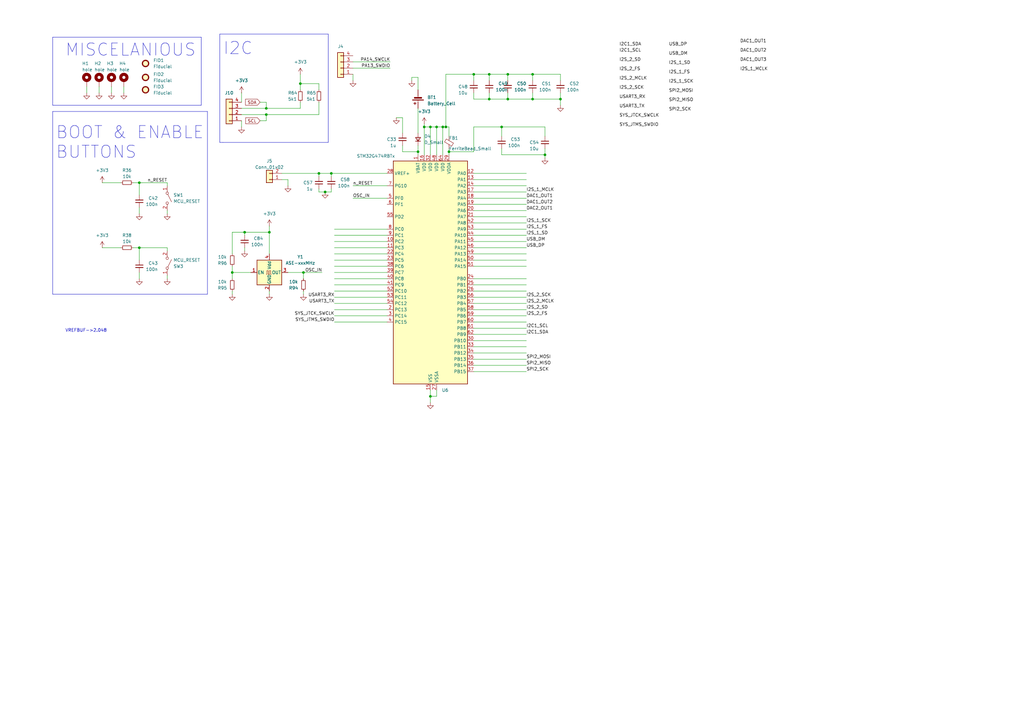
<source format=kicad_sch>
(kicad_sch (version 20250114) (generator "eeschema") (generator_version "9.0")
  (paper "A3")
  (lib_symbols
    (symbol "Connector_Generic:Conn_01x02" (pin_names (offset 1.016) (hide yes))
      (property "Reference" "J" (at 0 2.54 0))
      (property "Value" "Conn_01x02" (at 0 -5.08 0))
      (symbol "Conn_01x02_1_1"
        (rectangle (start -1.27 1.27) (end 1.27 -3.81) (stroke (width 0.254)) (fill (type background)))
        (rectangle (start -1.27 0.127) (end 0 -0.127) (stroke (width 0.1524)))
        (rectangle (start -1.27 -2.413) (end 0 -2.667) (stroke (width 0.1524)))
        (pin passive line (at -5.08 0 0) (length 3.81) (name "Pin_1") (number "1"))
        (pin passive line (at -5.08 -2.54 0) (length 3.81) (name "Pin_2") (number "2"))
      )
    )
    (symbol "Connector_Generic:Conn_01x04" (pin_names (offset 1.016) (hide yes))
      (property "Reference" "J" (at 0 5.08 0))
      (property "Value" "Conn_01x04" (at 0 -7.62 0))
      (symbol "Conn_01x04_1_1"
        (rectangle (start -1.27 3.81) (end 1.27 -6.35) (stroke (width 0.254)) (fill (type background)))
        (rectangle (start -1.27 2.667) (end 0 2.413) (stroke (width 0.1524)))
        (rectangle (start -1.27 0.127) (end 0 -0.127) (stroke (width 0.1524)))
        (rectangle (start -1.27 -2.413) (end 0 -2.667) (stroke (width 0.1524)))
        (rectangle (start -1.27 -4.953) (end 0 -5.207) (stroke (width 0.1524)))
        (pin passive line (at -5.08 2.54 0) (length 3.81) (name "Pin_1") (number "1"))
        (pin passive line (at -5.08 0 0) (length 3.81) (name "Pin_2") (number "2"))
        (pin passive line (at -5.08 -2.54 0) (length 3.81) (name "Pin_3") (number "3"))
        (pin passive line (at -5.08 -5.08 0) (length 3.81) (name "Pin_4") (number "4"))
      )
    )
    (symbol "Device:Battery_Cell" (pin_numbers (hide yes)) (pin_names (offset 0) (hide yes))
      (property "Reference" "BT" (at 2.54 2.54 0))
      (property "Value" "Battery_Cell" (at 2.54 0 0))
      (symbol "Battery_Cell_0_1"
        (rectangle (start -2.286 1.778) (end 2.286 1.524) (fill (type outline)))
        (rectangle (start -1.524 1.016) (end 1.524 0.508) (fill (type outline)))
        (polyline (pts (xy 0 1.778) (xy 0 2.54)))
        (polyline (pts (xy 0 0.762) (xy 0 0)))
        (polyline (pts (xy 0.762 3.048) (xy 1.778 3.048)) (stroke (width 0.254)))
        (polyline (pts (xy 1.27 3.556) (xy 1.27 2.54)) (stroke (width 0.254)))
      )
      (symbol "Battery_Cell_1_1"
        (pin passive line (at 0 5.08 270) (length 2.54) (name "+") (number "1"))
        (pin passive line (at 0 -2.54 90) (length 2.54) (name "-") (number "2"))
      )
    )
    (symbol "Device:C_Small" (pin_numbers (hide yes)) (pin_names (offset 0.254) (hide yes))
      (property "Reference" "C" (at 0.254 1.778 0))
      (property "Value" "C_Small" (at 0.254 -2.032 0))
      (symbol "C_Small_0_1"
        (polyline (pts (xy -1.524 0.508) (xy 1.524 0.508)) (stroke (width 0.3048)))
        (polyline (pts (xy -1.524 -0.508) (xy 1.524 -0.508)) (stroke (width 0.3302)))
      )
      (symbol "C_Small_1_1"
        (pin passive line (at 0 2.54 270) (length 2.032) (name "~") (number "1"))
        (pin passive line (at 0 -2.54 90) (length 2.032) (name "~") (number "2"))
      )
    )
    (symbol "Device:D_Small" (pin_numbers (hide yes)) (pin_names (offset 0.254) (hide yes))
      (property "Reference" "D" (at -1.27 2.032 0))
      (property "Value" "D_Small" (at -3.81 -2.032 0))
      (symbol "D_Small_0_1"
        (polyline (pts (xy -0.762 0) (xy 0.762 0)))
        (polyline (pts (xy -0.762 -1.016) (xy -0.762 1.016)) (stroke (width 0.254)))
        (polyline (pts (xy 0.762 -1.016) (xy -0.762 0) (xy 0.762 1.016) (xy 0.762 -1.016)) (stroke (width 0.254)))
      )
      (symbol "D_Small_1_1"
        (pin passive line (at -2.54 0 0) (length 1.778) (name "K") (number "1"))
        (pin passive line (at 2.54 0 180) (length 1.778) (name "A") (number "2"))
      )
    )
    (symbol "Device:FerriteBead_Small" (pin_numbers (hide yes)) (pin_names (offset 0))
      (property "Reference" "FB" (at 1.905 1.27 0))
      (property "Value" "FerriteBead_Small" (at 1.905 -1.27 0))
      (symbol "FerriteBead_Small_0_1"
        (polyline (pts (xy -1.8288 0.2794) (xy -1.1176 1.4986) (xy 1.8288 -0.2032) (xy 1.1176 -1.4224) (xy -1.8288 0.2794)))
        (polyline (pts (xy 0 0.889) (xy 0 1.2954)))
        (polyline (pts (xy 0 -1.27) (xy 0 -0.7874)))
      )
      (symbol "FerriteBead_Small_1_1"
        (pin passive line (at 0 2.54 270) (length 1.27) (name "~") (number "1"))
        (pin passive line (at 0 -2.54 90) (length 1.27) (name "~") (number "2"))
      )
    )
    (symbol "Device:R_Small" (pin_numbers (hide yes)) (pin_names (offset 0.254) (hide yes))
      (property "Reference" "R" (at 0.762 0.508 0))
      (property "Value" "R_Small" (at 0.762 -1.016 0))
      (symbol "R_Small_0_1"
        (rectangle (start -0.762 1.778) (end 0.762 -1.778) (stroke (width 0.2032)))
      )
      (symbol "R_Small_1_1"
        (pin passive line (at 0 2.54 270) (length 0.762) (name "~") (number "1"))
        (pin passive line (at 0 -2.54 90) (length 0.762) (name "~") (number "2"))
      )
    )
    (symbol "MCU_ST_STM32G4:STM32G474RBTx"
      (property "Reference" "U" (at -15.24 46.99 0))
      (property "Value" "STM32G474RBTx" (at 10.16 46.99 0))
      (symbol "STM32G474RBTx_0_1"
        (rectangle (start -15.24 -45.72) (end 15.24 45.72) (stroke (width 0.254)) (fill (type background)))
      )
      (symbol "STM32G474RBTx_1_1"
        (pin input line (at -17.78 40.64 0) (length 2.54) (name "VREF+") (number "28"))
        (pin bidirectional line (at -17.78 35.56 0) (length 2.54) (name "PG10") (number "7"))
        (pin bidirectional line (at -17.78 30.48 0) (length 2.54) (name "PF0") (number "5"))
        (pin bidirectional line (at -17.78 27.94 0) (length 2.54) (name "PF1") (number "6"))
        (pin bidirectional line (at -17.78 22.86 0) (length 2.54) (name "PD2") (number "55"))
        (pin bidirectional line (at -17.78 17.78 0) (length 2.54) (name "PC0") (number "8"))
        (pin bidirectional line (at -17.78 15.24 0) (length 2.54) (name "PC1") (number "9"))
        (pin bidirectional line (at -17.78 12.7 0) (length 2.54) (name "PC2") (number "10"))
        (pin bidirectional line (at -17.78 10.16 0) (length 2.54) (name "PC3") (number "11"))
        (pin bidirectional line (at -17.78 7.62 0) (length 2.54) (name "PC4") (number "22"))
        (pin bidirectional line (at -17.78 5.08 0) (length 2.54) (name "PC5") (number "23"))
        (pin bidirectional line (at -17.78 2.54 0) (length 2.54) (name "PC6") (number "38"))
        (pin bidirectional line (at -17.78 0 0) (length 2.54) (name "PC7") (number "39"))
        (pin bidirectional line (at -17.78 -2.54 0) (length 2.54) (name "PC8") (number "40"))
        (pin bidirectional line (at -17.78 -5.08 0) (length 2.54) (name "PC9") (number "41"))
        (pin bidirectional line (at -17.78 -7.62 0) (length 2.54) (name "PC10") (number "52"))
        (pin bidirectional line (at -17.78 -10.16 0) (length 2.54) (name "PC11") (number "53"))
        (pin bidirectional line (at -17.78 -12.7 0) (length 2.54) (name "PC12") (number "54"))
        (pin bidirectional line (at -17.78 -15.24 0) (length 2.54) (name "PC13") (number "2"))
        (pin bidirectional line (at -17.78 -17.78 0) (length 2.54) (name "PC14") (number "3"))
        (pin bidirectional line (at -17.78 -20.32 0) (length 2.54) (name "PC15") (number "4"))
        (pin power_in line (at -5.08 48.26 270) (length 2.54) (name "VBAT") (number "1"))
        (pin power_in line (at -2.54 48.26 270) (length 2.54) (name "VDD") (number "16"))
        (pin power_in line (at 0 48.26 270) (length 2.54) (name "VDD") (number "32"))
        (pin power_in line (at 0 -48.26 90) (length 2.54) (name "VSS") (number "15"))
        (pin passive line (at 0 -48.26 90) (length 2.54) (hide yes) (name "VSS") (number "31"))
        (pin passive line (at 0 -48.26 90) (length 2.54) (hide yes) (name "VSS") (number "47"))
        (pin passive line (at 0 -48.26 90) (length 2.54) (hide yes) (name "VSS") (number "63"))
        (pin power_in line (at 2.54 48.26 270) (length 2.54) (name "VDD") (number "48"))
        (pin power_in line (at 2.54 -48.26 90) (length 2.54) (name "VSSA") (number "27"))
        (pin power_in line (at 5.08 48.26 270) (length 2.54) (name "VDD") (number "64"))
        (pin power_in line (at 7.62 48.26 270) (length 2.54) (name "VDDA") (number "29"))
        (pin bidirectional line (at 17.78 40.64 180) (length 2.54) (name "PA0") (number "12"))
        (pin bidirectional line (at 17.78 38.1 180) (length 2.54) (name "PA1") (number "13"))
        (pin bidirectional line (at 17.78 35.56 180) (length 2.54) (name "PA2") (number "14"))
        (pin bidirectional line (at 17.78 33.02 180) (length 2.54) (name "PA3") (number "17"))
        (pin bidirectional line (at 17.78 30.48 180) (length 2.54) (name "PA4") (number "18"))
        (pin bidirectional line (at 17.78 27.94 180) (length 2.54) (name "PA5") (number "19"))
        (pin bidirectional line (at 17.78 25.4 180) (length 2.54) (name "PA6") (number "20"))
        (pin bidirectional line (at 17.78 22.86 180) (length 2.54) (name "PA7") (number "21"))
        (pin bidirectional line (at 17.78 20.32 180) (length 2.54) (name "PA8") (number "42"))
        (pin bidirectional line (at 17.78 17.78 180) (length 2.54) (name "PA9") (number "43"))
        (pin bidirectional line (at 17.78 15.24 180) (length 2.54) (name "PA10") (number "44"))
        (pin bidirectional line (at 17.78 12.7 180) (length 2.54) (name "PA11") (number "45"))
        (pin bidirectional line (at 17.78 10.16 180) (length 2.54) (name "PA12") (number "46"))
        (pin bidirectional line (at 17.78 7.62 180) (length 2.54) (name "PA13") (number "49"))
        (pin bidirectional line (at 17.78 5.08 180) (length 2.54) (name "PA14") (number "50"))
        (pin bidirectional line (at 17.78 2.54 180) (length 2.54) (name "PA15") (number "51"))
        (pin bidirectional line (at 17.78 -2.54 180) (length 2.54) (name "PB0") (number "24"))
        (pin bidirectional line (at 17.78 -5.08 180) (length 2.54) (name "PB1") (number "25"))
        (pin bidirectional line (at 17.78 -7.62 180) (length 2.54) (name "PB2") (number "26"))
        (pin bidirectional line (at 17.78 -10.16 180) (length 2.54) (name "PB3") (number "56"))
        (pin bidirectional line (at 17.78 -12.7 180) (length 2.54) (name "PB4") (number "57"))
        (pin bidirectional line (at 17.78 -15.24 180) (length 2.54) (name "PB5") (number "58"))
        (pin bidirectional line (at 17.78 -17.78 180) (length 2.54) (name "PB6") (number "59"))
        (pin bidirectional line (at 17.78 -20.32 180) (length 2.54) (name "PB7") (number "60"))
        (pin bidirectional line (at 17.78 -22.86 180) (length 2.54) (name "PB8") (number "61"))
        (pin bidirectional line (at 17.78 -25.4 180) (length 2.54) (name "PB9") (number "62"))
        (pin bidirectional line (at 17.78 -27.94 180) (length 2.54) (name "PB10") (number "30"))
        (pin bidirectional line (at 17.78 -30.48 180) (length 2.54) (name "PB11") (number "33"))
        (pin bidirectional line (at 17.78 -33.02 180) (length 2.54) (name "PB12") (number "34"))
        (pin bidirectional line (at 17.78 -35.56 180) (length 2.54) (name "PB13") (number "35"))
        (pin bidirectional line (at 17.78 -38.1 180) (length 2.54) (name "PB14") (number "36"))
        (pin bidirectional line (at 17.78 -40.64 180) (length 2.54) (name "PB15") (number "37"))
      )
    )
    (symbol "Mechanical:Fiducial"
      (property "Reference" "FID" (at 0 5.08 0))
      (property "Value" "Fiducial" (at 0 3.175 0))
      (symbol "Fiducial_0_1"
        (circle (center 0 0) (radius 1.27) (stroke (width 0.508)) (fill (type background)))
      )
    )
    (symbol "Mechanical:MountingHole_Pad" (pin_numbers (hide yes)) (pin_names (offset 1.016) (hide yes))
      (property "Reference" "H" (at 0 6.35 0))
      (property "Value" "MountingHole_Pad" (at 0 4.445 0))
      (symbol "MountingHole_Pad_0_1"
        (circle (center 0 1.27) (radius 1.27) (stroke (width 1.27)))
      )
      (symbol "MountingHole_Pad_1_1"
        (pin input line (at 0 -2.54 90) (length 2.54) (name "1") (number "1"))
      )
    )
    (symbol "Oscillator:ASE-xxxMHz" (pin_names (offset 0.254))
      (property "Reference" "Y" (at -5.08 6.35 0))
      (property "Value" "ASE-xxxMHz" (at 1.27 -6.35 0))
      (symbol "ASE-xxxMHz_0_1"
        (rectangle (start -5.08 5.08) (end 5.08 -5.08) (stroke (width 0.254)) (fill (type background)))
        (polyline (pts (xy -1.27 -0.762) (xy -1.016 -0.762) (xy -1.016 0.762) (xy -0.508 0.762) (xy -0.508 -0.762) (xy 0 -0.762) (xy 0 0.762) (xy 0.508 0.762) (xy 0.508 -0.762) (xy 0.762 -0.762)))
      )
      (symbol "ASE-xxxMHz_1_1"
        (pin input line (at -7.62 0 0) (length 2.54) (name "EN") (number "1"))
        (pin power_in line (at 0 7.62 270) (length 2.54) (name "Vdd") (number "4"))
        (pin power_in line (at 0 -7.62 90) (length 2.54) (name "GND") (number "2"))
        (pin output line (at 7.62 0 180) (length 2.54) (name "OUT") (number "3"))
      )
    )
    (symbol "Switch:SW_SPST" (pin_names (offset 0) (hide yes))
      (property "Reference" "SW" (at 0 3.175 0))
      (property "Value" "SW_SPST" (at 0 -2.54 0))
      (symbol "SW_SPST_0_0"
        (circle (center -2.032 0) (radius 0.508))
        (polyline (pts (xy -1.524 0.254) (xy 1.524 1.778)))
        (circle (center 2.032 0) (radius 0.508))
      )
      (symbol "SW_SPST_1_1"
        (pin passive line (at -5.08 0 0) (length 2.54) (name "A") (number "1"))
        (pin passive line (at 5.08 0 180) (length 2.54) (name "B") (number "2"))
      )
    )
    (symbol "power:+3V3" (power) (pin_numbers (hide yes)) (pin_names (offset 0) (hide yes))
      (property "Value" "+3V3" (at 0 3.556 0))
      (symbol "+3V3_0_1"
        (polyline (pts (xy -0.762 1.27) (xy 0 2.54)))
        (polyline (pts (xy 0 2.54) (xy 0.762 1.27)))
        (polyline (pts (xy 0 0) (xy 0 2.54)))
      )
      (symbol "+3V3_1_1"
        (pin power_in line (at 0 0 90) (length 0) (name "~") (number "1"))
      )
    )
    (symbol "power:GND" (power) (pin_names (offset 0))
      (property "Value" "GND" (at 0 -3.81 0))
      (symbol "GND_0_1"
        (polyline (pts (xy 0 0) (xy 0 -1.27) (xy 1.27 -1.27) (xy 0 -2.54) (xy -1.27 -1.27) (xy 0 -1.27)))
      )
      (symbol "GND_1_1"
        (pin power_in line (at 0 0 270) (length 0) (hide yes) (name "GND") (number "1"))
      )
    )
  )
  (text "I2C" (at 91.44 22.86 0) (effects (font (size 5 5)) (justify left bottom)))
  (text "BOOT & ENABLE\nBUTTONS" (at 22.86 65.405 0) (effects (font (size 5 5)) (justify left bottom)))
  (text "VREFBUF->2.048\n" (at 35.306 135.636 0) (effects (font (size 1.27 1.27))))
  (text "MISCELANIOUS" (at 26.67 23.495 0) (effects (font (size 5 5)) (justify left bottom)))
  (junction (at 109.22 44.45))
  (junction (at 200.66 40.64))
  (junction (at 130.81 71.12))
  (junction (at 218.44 40.64))
  (junction (at 124.46 111.76))
  (junction (at 135.89 71.12))
  (junction (at 110.49 95.25))
  (junction (at 95.25 111.76))
  (junction (at 133.35 78.74))
  (junction (at 109.22 46.99))
  (junction (at 100.33 95.25))
  (junction (at 179.07 52.07))
  (junction (at 200.66 30.48))
  (junction (at 171.45 62.23))
  (junction (at 205.74 52.07))
  (junction (at 184.15 62.23))
  (junction (at 181.61 52.07))
  (junction (at 57.15 101.6))
  (junction (at 208.28 30.48))
  (junction (at 173.99 52.07))
  (junction (at 123.19 34.29))
  (junction (at 229.87 40.64))
  (junction (at 182.88 52.07))
  (junction (at 176.53 52.07))
  (junction (at 176.53 162.56))
  (junction (at 223.52 63.5))
  (junction (at 208.28 40.64))
  (junction (at 57.15 74.93))
  (junction (at 218.44 30.48))
  (junction (at 194.31 30.48))
  (wire (pts (xy 171.45 62.23) (xy 171.45 59.69)))
  (wire (pts (xy 208.28 33.02) (xy 208.28 30.48)))
  (wire (pts (xy 184.15 60.96) (xy 184.15 62.23)))
  (polyline (pts (xy 21.59 120.65) (xy 21.59 45.72)))
  (wire (pts (xy 137.16 104.14) (xy 158.75 104.14)))
  (wire (pts (xy 223.52 64.77) (xy 223.52 63.5)))
  (wire (pts (xy 194.31 71.12) (xy 215.9 71.12)))
  (wire (pts (xy 68.58 74.93) (xy 68.58 76.2)))
  (wire (pts (xy 165.1 48.26) (xy 165.1 54.61)))
  (wire (pts (xy 171.45 44.45) (xy 171.45 54.61)))
  (wire (pts (xy 130.81 78.74) (xy 133.35 78.74)))
  (wire (pts (xy 35.56 35.56) (xy 35.56 38.1)))
  (wire (pts (xy 194.31 88.9) (xy 215.9 88.9)))
  (wire (pts (xy 194.31 109.22) (xy 215.9 109.22)))
  (wire (pts (xy 106.68 41.91) (xy 109.22 41.91)))
  (wire (pts (xy 137.16 116.84) (xy 158.75 116.84)))
  (wire (pts (xy 144.78 81.28) (xy 158.75 81.28)))
  (polyline (pts (xy 21.59 15.24) (xy 21.59 43.18)))
  (wire (pts (xy 109.22 41.91) (xy 109.22 44.45)))
  (wire (pts (xy 200.66 40.64) (xy 208.28 40.64)))
  (wire (pts (xy 181.61 52.07) (xy 181.61 63.5)))
  (wire (pts (xy 194.31 99.06) (xy 215.9 99.06)))
  (polyline (pts (xy 90.17 58.42) (xy 91.44 58.42)))
  (wire (pts (xy 194.31 83.82) (xy 215.9 83.82)))
  (wire (pts (xy 194.31 104.14) (xy 215.9 104.14)))
  (polyline (pts (xy 134.62 13.97) (xy 90.17 13.97)))
  (wire (pts (xy 194.31 129.54) (xy 215.9 129.54)))
  (wire (pts (xy 194.31 139.7) (xy 215.9 139.7)))
  (wire (pts (xy 171.45 62.23) (xy 165.1 62.23)))
  (wire (pts (xy 137.16 119.38) (xy 158.75 119.38)))
  (wire (pts (xy 50.8 35.56) (xy 50.8 38.1)))
  (wire (pts (xy 194.31 152.4) (xy 215.9 152.4)))
  (wire (pts (xy 100.33 102.87) (xy 100.33 101.6)))
  (wire (pts (xy 130.81 77.47) (xy 130.81 78.74)))
  (wire (pts (xy 205.74 52.07) (xy 223.52 52.07)))
  (wire (pts (xy 194.31 114.3) (xy 215.9 114.3)))
  (wire (pts (xy 40.64 35.56) (xy 40.64 38.1)))
  (wire (pts (xy 110.49 92.71) (xy 110.49 95.25)))
  (wire (pts (xy 109.22 44.45) (xy 123.19 44.45)))
  (wire (pts (xy 124.46 119.38) (xy 124.46 120.65)))
  (wire (pts (xy 135.89 77.47) (xy 135.89 78.74)))
  (wire (pts (xy 102.87 111.76) (xy 95.25 111.76)))
  (wire (pts (xy 110.49 95.25) (xy 110.49 104.14)))
  (wire (pts (xy 57.15 101.6) (xy 68.58 101.6)))
  (wire (pts (xy 109.22 49.53) (xy 109.22 46.99)))
  (wire (pts (xy 123.19 34.29) (xy 123.19 36.83)))
  (wire (pts (xy 208.28 30.48) (xy 218.44 30.48)))
  (wire (pts (xy 194.31 119.38) (xy 215.9 119.38)))
  (wire (pts (xy 100.33 95.25) (xy 100.33 96.52)))
  (polyline (pts (xy 90.17 13.97) (xy 90.17 58.42)))
  (wire (pts (xy 223.52 52.07) (xy 223.52 55.88)))
  (wire (pts (xy 137.16 132.08) (xy 158.75 132.08)))
  (wire (pts (xy 194.31 52.07) (xy 205.74 52.07)))
  (wire (pts (xy 173.99 52.07) (xy 173.99 63.5)))
  (wire (pts (xy 57.15 101.6) (xy 54.61 101.6)))
  (wire (pts (xy 137.16 96.52) (xy 158.75 96.52)))
  (wire (pts (xy 194.31 76.2) (xy 215.9 76.2)))
  (wire (pts (xy 99.06 52.07) (xy 99.06 49.53)))
  (wire (pts (xy 130.81 71.12) (xy 130.81 72.39)))
  (wire (pts (xy 130.81 36.83) (xy 130.81 34.29)))
  (wire (pts (xy 130.81 34.29) (xy 123.19 34.29)))
  (wire (pts (xy 137.16 129.54) (xy 158.75 129.54)))
  (wire (pts (xy 123.19 41.91) (xy 123.19 44.45)))
  (wire (pts (xy 194.31 30.48) (xy 200.66 30.48)))
  (wire (pts (xy 194.31 62.23) (xy 194.31 52.07)))
  (wire (pts (xy 99.06 44.45) (xy 109.22 44.45)))
  (wire (pts (xy 179.07 162.56) (xy 176.53 162.56)))
  (wire (pts (xy 144.78 27.94) (xy 160.02 27.94)))
  (wire (pts (xy 229.87 33.02) (xy 229.87 30.48)))
  (wire (pts (xy 182.88 52.07) (xy 184.15 52.07)))
  (wire (pts (xy 205.74 63.5) (xy 223.52 63.5)))
  (wire (pts (xy 168.91 33.02) (xy 168.91 31.75)))
  (wire (pts (xy 176.53 52.07) (xy 179.07 52.07)))
  (wire (pts (xy 194.31 91.44) (xy 215.9 91.44)))
  (wire (pts (xy 179.07 52.07) (xy 181.61 52.07)))
  (wire (pts (xy 130.81 71.12) (xy 135.89 71.12)))
  (wire (pts (xy 130.81 46.99) (xy 130.81 41.91)))
  (wire (pts (xy 179.07 160.02) (xy 179.07 162.56)))
  (wire (pts (xy 57.15 111.76) (xy 57.15 114.3)))
  (wire (pts (xy 194.31 149.86) (xy 215.9 149.86)))
  (polyline (pts (xy 21.59 43.18) (xy 82.55 43.18)))
  (wire (pts (xy 41.91 101.6) (xy 49.53 101.6)))
  (wire (pts (xy 57.15 106.68) (xy 57.15 101.6)))
  (wire (pts (xy 205.74 63.5) (xy 205.74 60.96)))
  (wire (pts (xy 115.57 71.12) (xy 130.81 71.12)))
  (wire (pts (xy 194.31 33.02) (xy 194.31 30.48)))
  (wire (pts (xy 194.31 144.78) (xy 215.9 144.78)))
  (wire (pts (xy 194.31 147.32) (xy 215.9 147.32)))
  (wire (pts (xy 194.31 142.24) (xy 215.9 142.24)))
  (wire (pts (xy 137.16 101.6) (xy 158.75 101.6)))
  (wire (pts (xy 184.15 62.23) (xy 194.31 62.23)))
  (wire (pts (xy 57.15 85.09) (xy 57.15 87.63)))
  (wire (pts (xy 95.25 104.14) (xy 95.25 95.25)))
  (wire (pts (xy 223.52 60.96) (xy 223.52 63.5)))
  (wire (pts (xy 200.66 40.64) (xy 200.66 38.1)))
  (wire (pts (xy 171.45 31.75) (xy 171.45 36.83)))
  (wire (pts (xy 137.16 124.46) (xy 158.75 124.46)))
  (wire (pts (xy 137.16 106.68) (xy 158.75 106.68)))
  (wire (pts (xy 176.53 160.02) (xy 176.53 162.56)))
  (wire (pts (xy 124.46 111.76) (xy 124.46 114.3)))
  (wire (pts (xy 68.58 86.36) (xy 68.58 87.63)))
  (wire (pts (xy 165.1 62.23) (xy 165.1 59.69)))
  (wire (pts (xy 95.25 95.25) (xy 100.33 95.25)))
  (wire (pts (xy 57.15 80.01) (xy 57.15 74.93)))
  (wire (pts (xy 229.87 43.18) (xy 229.87 40.64)))
  (polyline (pts (xy 85.09 45.72) (xy 85.09 120.65)))
  (wire (pts (xy 194.31 134.62) (xy 215.9 134.62)))
  (wire (pts (xy 184.15 62.23) (xy 184.15 63.5)))
  (wire (pts (xy 162.56 48.26) (xy 165.1 48.26)))
  (wire (pts (xy 194.31 121.92) (xy 215.9 121.92)))
  (wire (pts (xy 194.31 106.68) (xy 215.9 106.68)))
  (wire (pts (xy 110.49 95.25) (xy 100.33 95.25)))
  (wire (pts (xy 173.99 52.07) (xy 176.53 52.07)))
  (wire (pts (xy 208.28 40.64) (xy 208.28 38.1)))
  (wire (pts (xy 179.07 52.07) (xy 179.07 63.5)))
  (wire (pts (xy 109.22 46.99) (xy 130.81 46.99)))
  (wire (pts (xy 68.58 102.87) (xy 68.58 101.6)))
  (wire (pts (xy 133.35 78.74) (xy 135.89 78.74)))
  (wire (pts (xy 194.31 96.52) (xy 215.9 96.52)))
  (wire (pts (xy 194.31 78.74) (xy 215.9 78.74)))
  (wire (pts (xy 194.31 132.08) (xy 215.9 132.08)))
  (wire (pts (xy 229.87 30.48) (xy 218.44 30.48)))
  (polyline (pts (xy 82.55 43.18) (xy 82.55 15.24)))
  (wire (pts (xy 137.16 121.92) (xy 158.75 121.92)))
  (wire (pts (xy 184.15 52.07) (xy 184.15 55.88)))
  (wire (pts (xy 194.31 40.64) (xy 200.66 40.64)))
  (wire (pts (xy 135.89 71.12) (xy 135.89 72.39)))
  (wire (pts (xy 144.78 76.2) (xy 158.75 76.2)))
  (wire (pts (xy 137.16 109.22) (xy 158.75 109.22)))
  (wire (pts (xy 106.68 49.53) (xy 109.22 49.53)))
  (wire (pts (xy 95.25 111.76) (xy 95.25 109.22)))
  (wire (pts (xy 123.19 30.48) (xy 123.19 34.29)))
  (wire (pts (xy 137.16 93.98) (xy 158.75 93.98)))
  (wire (pts (xy 194.31 101.6) (xy 215.9 101.6)))
  (wire (pts (xy 99.06 46.99) (xy 109.22 46.99)))
  (wire (pts (xy 181.61 52.07) (xy 182.88 52.07)))
  (wire (pts (xy 144.78 33.02) (xy 144.78 30.48)))
  (wire (pts (xy 176.53 52.07) (xy 176.53 63.5)))
  (wire (pts (xy 171.45 63.5) (xy 171.45 62.23)))
  (wire (pts (xy 68.58 113.03) (xy 68.58 114.3)))
  (wire (pts (xy 137.16 114.3) (xy 158.75 114.3)))
  (wire (pts (xy 208.28 30.48) (xy 200.66 30.48)))
  (wire (pts (xy 118.11 73.66) (xy 118.11 76.2)))
  (wire (pts (xy 137.16 127) (xy 158.75 127)))
  (wire (pts (xy 45.72 35.56) (xy 45.72 38.1)))
  (polyline (pts (xy 134.62 58.42) (xy 134.62 13.97)))
  (wire (pts (xy 218.44 40.64) (xy 229.87 40.64)))
  (wire (pts (xy 194.31 30.48) (xy 182.88 30.48)))
  (wire (pts (xy 194.31 116.84) (xy 215.9 116.84)))
  (wire (pts (xy 124.46 111.76) (xy 132.08 111.76)))
  (wire (pts (xy 200.66 33.02) (xy 200.66 30.48)))
  (wire (pts (xy 137.16 99.06) (xy 158.75 99.06)))
  (wire (pts (xy 194.31 137.16) (xy 215.9 137.16)))
  (wire (pts (xy 229.87 40.64) (xy 229.87 38.1)))
  (wire (pts (xy 95.25 119.38) (xy 95.25 120.65)))
  (wire (pts (xy 118.11 111.76) (xy 124.46 111.76)))
  (wire (pts (xy 118.11 73.66) (xy 115.57 73.66)))
  (wire (pts (xy 194.31 81.28) (xy 215.9 81.28)))
  (wire (pts (xy 144.78 25.4) (xy 160.02 25.4)))
  (wire (pts (xy 176.53 162.56) (xy 176.53 165.1)))
  (wire (pts (xy 194.31 86.36) (xy 215.9 86.36)))
  (wire (pts (xy 205.74 55.88) (xy 205.74 52.07)))
  (polyline (pts (xy 91.44 58.42) (xy 134.62 58.42)))
  (wire (pts (xy 208.28 40.64) (xy 218.44 40.64)))
  (wire (pts (xy 218.44 40.64) (xy 218.44 38.1)))
  (wire (pts (xy 99.06 38.1) (xy 99.06 41.91)))
  (wire (pts (xy 194.31 124.46) (xy 215.9 124.46)))
  (wire (pts (xy 137.16 111.76) (xy 158.75 111.76)))
  (wire (pts (xy 194.31 93.98) (xy 215.9 93.98)))
  (polyline (pts (xy 21.59 15.24) (xy 82.55 15.24)))
  (wire (pts (xy 194.31 40.64) (xy 194.31 38.1)))
  (wire (pts (xy 182.88 30.48) (xy 182.88 52.07)))
  (wire (pts (xy 135.89 71.12) (xy 158.75 71.12)))
  (wire (pts (xy 218.44 33.02) (xy 218.44 30.48)))
  (wire (pts (xy 194.31 127) (xy 215.9 127)))
  (wire (pts (xy 110.49 120.65) (xy 110.49 119.38)))
  (wire (pts (xy 194.31 73.66) (xy 215.9 73.66)))
  (polyline (pts (xy 85.09 120.65) (xy 21.59 120.65)))
  (wire (pts (xy 57.15 74.93) (xy 68.58 74.93)))
  (polyline (pts (xy 21.59 45.72) (xy 85.09 45.72)))
  (wire (pts (xy 95.25 111.76) (xy 95.25 114.3)))
  (wire (pts (xy 54.61 74.93) (xy 57.15 74.93)))
  (wire (pts (xy 41.91 74.93) (xy 49.53 74.93)))
  (wire (pts (xy 173.99 50.8) (xy 173.99 52.07)))
  (wire (pts (xy 168.91 31.75) (xy 171.45 31.75)))
  (label "DAC1_OUT2" (at 215.9 83.82 0))
  (label "n_RESET" (at 144.78 76.2 0))
  (label "USB_DM" (at 274.32 22.86 0))
  (label "I2C1_SCL" (at 254 21.59 0))
  (label "SYS_JTCK_SWCLK" (at 137.16 129.54 180))
  (label "SYS_JTCK_SWCLK" (at 254 48.26 0))
  (label "SPI2_SCK" (at 215.9 152.4 0))
  (label "SPI2_MOSI" (at 274.32 38.1 0))
  (label "I2S_2_SD" (at 215.9 127 0))
  (label "I2S_1_MCLK" (at 215.9 78.74 0))
  (label "PA14_SWCLK" (at 160.02 25.4 180))
  (label "USART3_RX" (at 254 40.64 0))
  (label "USB_DP" (at 215.9 101.6 0))
  (label "I2S_2_SD" (at 254 25.4 0))
  (label "DAC2_OUT1" (at 215.9 86.36 0))
  (label "I2S_2_FS" (at 215.9 129.54 0))
  (label "I2S_2_SCK" (at 215.9 121.92 0))
  (label "n_RESET" (at 68.58 74.93 180))
  (label "I2S_1_SD" (at 215.9 96.52 0))
  (label "I2C1_SDA" (at 215.9 137.16 0))
  (label "USART3_RX" (at 137.16 121.92 180))
  (label "I2S_2_FS" (at 254 29.21 0))
  (label "USART3_TX" (at 254 44.45 0))
  (label "SPI2_MOSI" (at 215.9 147.32 0))
  (label "I2S_1_FS" (at 274.32 30.48 0))
  (label "OSC_IN" (at 144.78 81.28 0))
  (label "OSC_IN" (at 132.08 111.76 180))
  (label "DAC1_OUT3" (at 303.53 25.4 0))
  (label "SPI2_MISO" (at 215.9 149.86 0))
  (label "I2S_1_SCK" (at 274.32 34.29 0))
  (label "SPI2_SCK" (at 274.32 45.72 0))
  (label "SYS_JTMS_SWDIO" (at 254 52.07 0))
  (label "I2C1_SDA" (at 254 19.05 0))
  (label "DAC1_OUT1" (at 215.9 81.28 0))
  (label "USB_DP" (at 274.32 19.05 0))
  (label "I2S_1_SD" (at 274.32 26.67 0))
  (label "I2S_2_MCLK" (at 215.9 124.46 0))
  (label "I2S_1_MCLK" (at 303.53 29.21 0))
  (label "I2S_2_MCLK" (at 254 33.02 0))
  (label "SYS_JTMS_SWDIO" (at 137.16 132.08 180))
  (label "I2S_1_FS" (at 215.9 93.98 0))
  (label "DAC1_OUT1" (at 303.53 17.78 0))
  (label "I2S_1_SCK" (at 215.9 91.44 0))
  (label "USART3_TX" (at 137.16 124.46 180))
  (label "DAC1_OUT2" (at 303.53 21.59 0))
  (label "I2S_2_SCK" (at 254 36.83 0))
  (label "USB_DM" (at 215.9 99.06 0))
  (label "PA13_SWDIO" (at 160.02 27.94 180))
  (label "I2C1_SCL" (at 215.9 134.62 0))
  (label "SPI2_MISO" (at 274.32 41.91 0))
  (global_label "SDA" (shape input) (at 106.68 41.91 180) (property "Intersheetrefs" "${INTERSHEET_REFS}" (effects (hide yes))))
  (global_label "SCL" (shape input) (at 106.68 49.53 180) (property "Intersheetrefs" "${INTERSHEET_REFS}" (effects (hide yes))))
  (symbol (lib_id "Device:D_Small") (at 171.45 57.15 90) (unit 1)
    (property "Reference" "D4" (at 173.99 55.8799 90) (effects (justify right)))
    (property "Value" "D_Small" (at 173.99 58.4199 90) (effects (justify right)))
    (property "Description" "Diode, small symbol" (effects (hide yes)))
    (property "Sim.Device" "D" (effects (hide yes)))
    (property "Sim.Pins" "1=K 2=A" (effects (hide yes)))
  )
  (symbol (lib_id "Device:C_Small") (at 223.52 58.42 0) (unit 1)
    (property "Reference" "C54" (at 217.17 58.42 0) (effects (justify left)))
    (property "Value" "10u" (at 217.17 60.96 0) (effects (justify left)))
    (property "Footprint" "Capacitor_SMD:C_0603_1608Metric" (effects (hide yes)))
    (property "LCSC" "C96446" (effects (hide yes)))
  )
  (symbol (lib_id "Device:R_Small") (at 52.07 101.6 270) (unit 1)
    (property "Reference" "R38" (at 52.07 96.52 90))
    (property "Value" "10k" (at 52.07 99.06 90))
    (property "Footprint" "Resistor_SMD:R_0603_1608Metric" (effects (hide yes)))
    (property "LCSC" "C25804" (effects (hide yes)))
  )
  (symbol (lib_id "power:+3V3") (at 173.99 50.8 0) (unit 1)
    (property "Reference" "#PWR061" (effects (hide yes)))
    (property "Value" "+3V3" (at 173.99 45.72 0))
    (property "Description" "Power symbol creates a global label with name \"+3V3\"" (effects (hide yes)))
  )
  (symbol (lib_id "power:GND") (at 68.58 87.63 0) (unit 1)
    (property "Reference" "#PWR0110" (effects (hide yes)))
    (property "Value" "GND" (effects (hide yes)))
  )
  (symbol (lib_id "Device:Battery_Cell") (at 171.45 39.37 180) (unit 1)
    (property "Reference" "BT1" (at 175.26 39.9414 0) (effects (justify right)))
    (property "Value" "Battery_Cell" (at 175.26 42.4814 0) (effects (justify right)))
    (property "Description" "Single-cell battery" (effects (hide yes)))
  )
  (symbol (lib_id "power:GND") (at 50.8 38.1 0) (unit 1)
    (property "Reference" "#PWR066" (effects (hide yes)))
    (property "Value" "GND" (effects (hide yes)))
  )
  (symbol (lib_id "power:+3V3") (at 110.49 92.71 0) (unit 1)
    (property "Reference" "#PWR0162" (effects (hide yes)))
    (property "Value" "+3V3" (at 110.49 87.63 0))
  )
  (symbol (lib_id "Device:C_Small") (at 226.06 -7.62 180) (unit 1)
    (property "Reference" "C55" (at 223.52 -7.62 0) (effects (justify left)))
    (property "Value" "1u" (at 223.52 -5.08 0) (effects (justify left)))
    (property "Footprint" "Capacitor_SMD:C_0402_1005Metric" (effects (hide yes)))
    (property "LCSC" "C52923" (effects (hide yes)))
  )
  (symbol (lib_id "Device:C_Small") (at 135.89 74.93 180) (unit 1)
    (property "Reference" "C58" (at 143.51 73.66 0) (effects (justify left)))
    (property "Value" "100n" (at 143.51 76.2 0) (effects (justify left)))
    (property "Footprint" "Capacitor_SMD:C_0603_1608Metric" (effects (hide yes)))
    (property "LCSC" "C14663" (effects (hide yes)))
  )
  (symbol (lib_id "Device:C_Small") (at 130.81 74.93 180) (unit 1)
    (property "Reference" "C57" (at 128.27 74.93 0) (effects (justify left)))
    (property "Value" "1u" (at 128.27 77.47 0) (effects (justify left)))
    (property "Footprint" "Capacitor_SMD:C_0402_1005Metric" (effects (hide yes)))
    (property "LCSC" "C52923" (effects (hide yes)))
  )
  (symbol (lib_id "power:GND") (at 99.06 52.07 0) (unit 1)
    (property "Reference" "#PWR070" (effects (hide yes)))
    (property "Value" "GND" (effects (hide yes)))
  )
  (symbol (lib_id "Mechanical:MountingHole_Pad") (at 45.72 33.02 0) (unit 1) (in_bom no)
    (property "Reference" "H3" (at 43.815 26.035 0) (effects (justify left)))
    (property "Value" "hole" (at 43.815 28.575 0) (effects (justify left)))
    (property "Footprint" "MountingHole:MountingHole_3.2mm_M3_DIN965_Pad_TopBottom" (effects (hide yes)))
  )
  (symbol (lib_id "power:GND") (at 68.58 114.3 0) (unit 1)
    (property "Reference" "#PWR0111" (effects (hide yes)))
    (property "Value" "GND" (effects (hide yes)))
  )
  (symbol (lib_id "Device:R_Small") (at 123.19 39.37 0) (unit 1)
    (property "Reference" "R64" (at 118.11 38.1 0) (effects (justify left)))
    (property "Value" "5k1" (at 118.11 40.64 0) (effects (justify left)))
    (property "Footprint" "Resistor_SMD:R_0402_1005Metric" (effects (hide yes)))
    (property "LCSC" "C25905" (effects (hide yes)))
  )
  (symbol (lib_id "power:GND") (at 57.15 114.3 0) (unit 1)
    (property "Reference" "#PWR0108" (effects (hide yes)))
    (property "Value" "GND" (effects (hide yes)))
  )
  (symbol (lib_id "power:GND") (at 57.15 87.63 0) (unit 1)
    (property "Reference" "#PWR0106" (effects (hide yes)))
    (property "Value" "GND" (effects (hide yes)))
  )
  (symbol (lib_id "power:GND") (at 223.52 64.77 0) (unit 1)
    (property "Reference" "#PWR0113" (effects (hide yes)))
    (property "Value" "GND" (effects (hide yes)))
  )
  (symbol (lib_id "Device:R_Small") (at 95.25 116.84 0) (mirror x) (unit 1)
    (property "Reference" "R95" (at 91.186 118.11 0))
    (property "Value" "10k" (at 91.186 115.57 0))
    (property "Footprint" "Resistor_SMD:R_0603_1608Metric" (effects (hide yes)))
    (property "LCSC" "C25804" (effects (hide yes)))
  )
  (symbol (lib_id "power:GND") (at 40.64 38.1 0) (unit 1)
    (property "Reference" "#PWR063" (effects (hide yes)))
    (property "Value" "GND" (effects (hide yes)))
  )
  (symbol (lib_id "Device:R_Small") (at 95.25 106.68 0) (mirror x) (unit 1)
    (property "Reference" "R96" (at 91.186 107.95 0))
    (property "Value" "10k" (at 91.186 105.41 0))
    (property "Footprint" "Resistor_SMD:R_0603_1608Metric" (effects (hide yes)))
    (property "LCSC" "C25804" (effects (hide yes)))
  )
  (symbol (lib_id "power:GND") (at 133.35 78.74 0) (unit 1)
    (property "Reference" "#PWR0117" (effects (hide yes)))
    (property "Value" "GND" (effects (hide yes)))
  )
  (symbol (lib_id "Device:R_Small") (at 52.07 74.93 90) (mirror x) (unit 1)
    (property "Reference" "R36" (at 52.07 69.85 90))
    (property "Value" "10k" (at 52.07 72.39 90))
    (property "Footprint" "Resistor_SMD:R_0603_1608Metric" (effects (hide yes)))
    (property "LCSC" "C25804" (effects (hide yes)))
  )
  (symbol (lib_id "Device:C_Small") (at 57.15 109.22 0) (mirror y) (unit 1)
    (property "Reference" "C43" (at 64.77 107.95 0) (effects (justify left)))
    (property "Value" "100n" (at 64.77 110.49 0) (effects (justify left)))
    (property "Footprint" "Capacitor_SMD:C_0603_1608Metric" (effects (hide yes)))
    (property "LCSC" "C14663" (effects (hide yes)))
  )
  (symbol (lib_id "Device:C_Small") (at 234.95 -7.62 180) (unit 1)
    (property "Reference" "C41" (at 242.57 -8.89 0) (effects (justify left)))
    (property "Value" "100n" (at 242.57 -6.35 0) (effects (justify left)))
    (property "Footprint" "Capacitor_SMD:C_0603_1608Metric" (effects (hide yes)))
    (property "LCSC" "C14663" (effects (hide yes)))
  )
  (symbol (lib_id "Device:C_Small") (at 100.33 99.06 180) (unit 1)
    (property "Reference" "C84" (at 107.95 97.79 0) (effects (justify left)))
    (property "Value" "100n" (at 107.95 100.33 0) (effects (justify left)))
    (property "Footprint" "Capacitor_SMD:C_0603_1608Metric" (effects (hide yes)))
    (property "LCSC" "C14663" (effects (hide yes)))
  )
  (symbol (lib_id "MCU_ST_STM32G4:STM32G474RBTx") (at 176.53 111.76 0) (unit 1)
    (property "Reference" "U6" (at 181.2133 160.02 0) (effects (justify left)))
    (property "Value" "STM32G474RBTx" (at 146.304 64.008 0) (effects (justify left)))
    (property "Footprint" "Package_QFP:LQFP-64_10x10mm_P0.5mm" (effects (hide yes)))
    (property "Datasheet" "https://www.st.com/resource/en/datasheet/stm32g474rb.pdf" (effects (hide yes)))
    (property "Description" "STMicroelectronics Arm Cortex-M4 MCU, 128KB flash, 128KB RAM, 170 MHz, 1.71-3.6V, 52 GPIO, LQFP64" (effects (hide yes)))
  )
  (symbol (lib_id "Connector_Generic:Conn_01x04") (at 93.98 46.99 180) (unit 1) (in_bom no)
    (property "Reference" "J10" (at 93.98 38.1 0))
    (property "Value" "Conn_01x04" (effects (hide yes)))
    (property "Footprint" "Connector_PinHeader_2.54mm:PinHeader_1x04_P2.54mm_Vertical" (effects (hide yes)))
  )
  (symbol (lib_id "power:GND") (at 95.25 120.65 0) (unit 1)
    (property "Reference" "#PWR0164" (effects (hide yes)))
    (property "Value" "GND" (effects (hide yes)))
  )
  (symbol (lib_id "power:GND") (at 162.56 48.26 0) (unit 1)
    (property "Reference" "#PWR0114" (effects (hide yes)))
    (property "Value" "GND" (effects (hide yes)))
  )
  (symbol (lib_id "power:GND") (at 124.46 120.65 0) (unit 1)
    (property "Reference" "#PWR0160" (effects (hide yes)))
    (property "Value" "GND" (effects (hide yes)))
  )
  (symbol (lib_id "Device:C_Small") (at 200.66 35.56 180) (unit 1)
    (property "Reference" "C49" (at 208.28 34.29 0) (effects (justify left)))
    (property "Value" "100n" (at 208.28 36.83 0) (effects (justify left)))
    (property "Footprint" "Capacitor_SMD:C_0603_1608Metric" (effects (hide yes)))
    (property "LCSC" "C14663" (effects (hide yes)))
  )
  (symbol (lib_id "power:GND") (at 35.56 38.1 0) (unit 1)
    (property "Reference" "#PWR062" (effects (hide yes)))
    (property "Value" "GND" (effects (hide yes)))
  )
  (symbol (lib_id "power:+3V3") (at 99.06 38.1 0) (unit 1)
    (property "Reference" "#PWR069" (effects (hide yes)))
    (property "Value" "+3V3" (at 99.06 33.02 0))
  )
  (symbol (lib_id "Mechanical:MountingHole_Pad") (at 50.8 33.02 0) (unit 1) (in_bom no)
    (property "Reference" "H4" (at 48.895 26.035 0) (effects (justify left)))
    (property "Value" "hole" (at 48.895 28.575 0) (effects (justify left)))
    (property "Footprint" "MountingHole:MountingHole_3.2mm_M3_DIN965_Pad_TopBottom" (effects (hide yes)))
  )
  (symbol (lib_id "power:GND") (at 118.11 76.2 0) (mirror y) (unit 1)
    (property "Reference" "#PWR0116" (effects (hide yes)))
    (property "Value" "GND" (effects (hide yes)))
  )
  (symbol (lib_id "Mechanical:Fiducial") (at 59.69 31.75 0) (unit 1) (in_bom no)
    (property "Reference" "FID2" (at 62.865 30.4799 0) (effects (justify left)))
    (property "Value" "Fiducial" (at 62.865 33.0199 0) (effects (justify left)))
    (property "Footprint" "Symbol:KiCad-Logo2_5mm_SilkScreen" (effects (hide yes)))
  )
  (symbol (lib_id "Device:C_Small") (at 229.87 35.56 180) (unit 1)
    (property "Reference" "C52" (at 237.49 34.29 0) (effects (justify left)))
    (property "Value" "100n" (at 237.49 36.83 0) (effects (justify left)))
    (property "Footprint" "Capacitor_SMD:C_0603_1608Metric" (effects (hide yes)))
    (property "LCSC" "C14663" (effects (hide yes)))
  )
  (symbol (lib_id "power:GND") (at 100.33 102.87 0) (unit 1)
    (property "Reference" "#PWR0163" (effects (hide yes)))
    (property "Value" "GND" (effects (hide yes)))
  )
  (symbol (lib_id "Switch:SW_SPST") (at 68.58 81.28 270) (unit 1)
    (property "Reference" "SW1" (at 71.12 80.0099 90) (effects (justify left)))
    (property "Value" "MCU_RESET" (at 71.12 82.5499 90) (effects (justify left)))
    (property "Footprint" "SamacSys_Parts:PTS526SK15SMTR2LFS" (effects (hide yes)))
    (property "LCSC" "C318884" (effects (hide yes)))
  )
  (symbol (lib_id "Device:R_Small") (at 124.46 116.84 0) (mirror x) (unit 1)
    (property "Reference" "R94" (at 120.396 118.11 0))
    (property "Value" "10k" (at 120.396 115.57 0))
    (property "Footprint" "Resistor_SMD:R_0603_1608Metric" (effects (hide yes)))
    (property "LCSC" "C25804" (effects (hide yes)))
  )
  (symbol (lib_id "Mechanical:Fiducial") (at 59.69 26.035 0) (unit 1) (in_bom no)
    (property "Reference" "FID1" (at 62.865 24.7649 0) (effects (justify left)))
    (property "Value" "Fiducial" (at 62.865 27.3049 0) (effects (justify left)))
    (property "Footprint" "Fiducial:Fiducial_0.5mm_Mask1mm" (effects (hide yes)))
  )
  (symbol (lib_id "Switch:SW_SPST") (at 68.58 107.95 270) (mirror x) (unit 1)
    (property "Reference" "SW3" (at 71.12 109.2201 90) (effects (justify left)))
    (property "Value" "MCU_RESET" (at 71.12 106.6801 90) (effects (justify left)))
    (property "Footprint" "SamacSys_Parts:PTS526SK15SMTR2LFS" (effects (hide yes)))
    (property "LCSC" "C318884" (effects (hide yes)))
  )
  (symbol (lib_id "power:GND") (at 168.91 33.02 0) (unit 1)
    (property "Reference" "#PWR0120" (effects (hide yes)))
    (property "Value" "GND" (effects (hide yes)))
  )
  (symbol (lib_id "Device:C_Small") (at 208.28 35.56 180) (unit 1)
    (property "Reference" "C50" (at 215.9 34.29 0) (effects (justify left)))
    (property "Value" "100n" (at 215.9 36.83 0) (effects (justify left)))
    (property "Footprint" "Capacitor_SMD:C_0603_1608Metric" (effects (hide yes)))
    (property "LCSC" "C14663" (effects (hide yes)))
  )
  (symbol (lib_id "power:+3V3") (at 41.91 101.6 0) (unit 1)
    (property "Reference" "#PWR0100" (effects (hide yes)))
    (property "Value" "+3V3" (at 41.91 96.52 0))
  )
  (symbol (lib_id "power:GND") (at 176.53 165.1 0) (unit 1)
    (property "Reference" "#PWR0115" (effects (hide yes)))
    (property "Value" "GND" (effects (hide yes)))
  )
  (symbol (lib_id "Connector_Generic:Conn_01x04") (at 139.7 27.94 180) (unit 1) (in_bom no)
    (property "Reference" "J4" (at 139.7 19.05 0))
    (property "Value" "Conn_01x04" (effects (hide yes)))
    (property "Footprint" "Connector_PinHeader_2.54mm:PinHeader_1x04_P2.54mm_Vertical" (effects (hide yes)))
  )
  (symbol (lib_id "power:GND") (at 45.72 38.1 0) (unit 1)
    (property "Reference" "#PWR064" (effects (hide yes)))
    (property "Value" "GND" (effects (hide yes)))
  )
  (symbol (lib_id "Device:FerriteBead_Small") (at 184.15 58.42 180) (unit 1)
    (property "Reference" "FB1" (at 184.15 56.642 0) (effects (justify right)))
    (property "Value" "FerriteBead_Small" (at 184.15 60.96 0) (effects (justify right)))
    (property "Footprint" "Resistor_SMD:R_0805_2012Metric" (effects (hide yes)))
    (property "Datasheet" "https://jlcpcb.com/partdetail/Sunlord-GZ2012D101TF/C1015" (effects (hide yes)))
    (property "LCSC" "C1015" (effects (hide yes)))
  )
  (symbol (lib_id "Device:C_Small") (at 57.15 82.55 180) (unit 1)
    (property "Reference" "C42" (at 64.77 81.28 0) (effects (justify left)))
    (property "Value" "100n" (at 64.77 83.82 0) (effects (justify left)))
    (property "Footprint" "Capacitor_SMD:C_0603_1608Metric" (effects (hide yes)))
    (property "LCSC" "C14663" (effects (hide yes)))
  )
  (symbol (lib_id "power:+3V3") (at 41.91 74.93 0) (unit 1)
    (property "Reference" "#PWR099" (effects (hide yes)))
    (property "Value" "+3V3" (at 41.91 69.85 0))
  )
  (symbol (lib_id "Mechanical:Fiducial") (at 59.69 36.83 0) (unit 1) (in_bom no)
    (property "Reference" "FID3" (at 62.865 35.5599 0) (effects (justify left)))
    (property "Value" "Fiducial" (at 62.865 38.0999 0) (effects (justify left)))
    (property "Footprint" "Symbol:WEEE-Logo_4.2x6mm_SilkScreen" (effects (hide yes)))
  )
  (symbol (lib_id "Mechanical:MountingHole_Pad") (at 35.56 33.02 0) (unit 1) (in_bom no)
    (property "Reference" "H1" (at 33.655 26.035 0) (effects (justify left)))
    (property "Value" "hole" (at 33.655 28.575 0) (effects (justify left)))
    (property "Footprint" "MountingHole:MountingHole_3.2mm_M3_DIN965_Pad_TopBottom" (effects (hide yes)))
  )
  (symbol (lib_id "Device:C_Small") (at 214.63 -7.62 0) (unit 1)
    (property "Reference" "C32" (at 208.28 -7.62 0) (effects (justify left)))
    (property "Value" "10u" (at 208.28 -5.08 0) (effects (justify left)))
    (property "Footprint" "Capacitor_SMD:C_0603_1608Metric" (effects (hide yes)))
    (property "LCSC" "C96446" (effects (hide yes)))
  )
  (symbol (lib_id "Device:R_Small") (at 130.81 39.37 0) (unit 1)
    (property "Reference" "R65" (at 125.73 38.1 0) (effects (justify left)))
    (property "Value" "5k1" (at 125.73 40.64 0) (effects (justify left)))
    (property "Footprint" "Resistor_SMD:R_0402_1005Metric" (effects (hide yes)))
    (property "LCSC" "C25905" (effects (hide yes)))
  )
  (symbol (lib_id "Connector_Generic:Conn_01x02") (at 110.49 73.66 180) (unit 1)
    (property "Reference" "J5" (at 110.49 66.04 0))
    (property "Value" "Conn_01x02" (at 110.49 68.58 0))
    (property "Footprint" "Connector_PinHeader_2.54mm:PinHeader_1x02_P2.54mm_Vertical" (effects (hide yes)))
  )
  (symbol (lib_id "Oscillator:ASE-xxxMHz") (at 110.49 111.76 0) (unit 1)
    (property "Reference" "Y1" (at 123.19 105.3398 0))
    (property "Value" "ASE-xxxMHz" (at 123.19 107.8798 0))
    (property "Footprint" "Oscillator:Oscillator_SMD_Abracon_ASE-4Pin_3.2x2.5mm" (effects (hide yes)))
    (property "Datasheet" "http://www.abracon.com/Oscillators/ASV.pdf" (effects (hide yes)))
    (property "Description" "3.3V CMOS SMD Crystal Clock Oscillator, Abracon" (effects (hide yes)))
  )
  (symbol (lib_id "Device:C_Small") (at 205.74 58.42 180) (unit 1)
    (property "Reference" "C53" (at 213.36 57.15 0) (effects (justify left)))
    (property "Value" "100n" (at 213.36 59.69 0) (effects (justify left)))
    (property "Footprint" "Capacitor_SMD:C_0603_1608Metric" (effects (hide yes)))
    (property "LCSC" "C14663" (effects (hide yes)))
  )
  (symbol (lib_id "Device:C_Small") (at 165.1 57.15 180) (unit 1)
    (property "Reference" "C33" (at 162.56 57.15 0) (effects (justify left)))
    (property "Value" "1u" (at 162.56 59.69 0) (effects (justify left)))
    (property "Footprint" "Capacitor_SMD:C_0402_1005Metric" (effects (hide yes)))
    (property "LCSC" "C52923" (effects (hide yes)))
  )
  (symbol (lib_id "Mechanical:MountingHole_Pad") (at 40.64 33.02 0) (unit 1) (in_bom no)
    (property "Reference" "H2" (at 38.735 26.035 0) (effects (justify left)))
    (property "Value" "hole" (at 38.735 28.575 0) (effects (justify left)))
    (property "Footprint" "MountingHole:MountingHole_3.2mm_M3_DIN965_Pad_TopBottom" (effects (hide yes)))
  )
  (symbol (lib_id "Device:C_Small") (at 194.31 35.56 0) (unit 1)
    (property "Reference" "C48" (at 187.96 35.56 0) (effects (justify left)))
    (property "Value" "10u" (at 187.96 38.1 0) (effects (justify left)))
    (property "Footprint" "Capacitor_SMD:C_0603_1608Metric" (effects (hide yes)))
    (property "LCSC" "C96446" (effects (hide yes)))
  )
  (symbol (lib_id "power:GND") (at 110.49 120.65 0) (unit 1)
    (property "Reference" "#PWR0161" (effects (hide yes)))
    (property "Value" "GND" (effects (hide yes)))
  )
  (symbol (lib_id "power:GND") (at 144.78 33.02 0) (unit 1)
    (property "Reference" "#PWR018" (effects (hide yes)))
    (property "Value" "GND" (effects (hide yes)))
  )
  (symbol (lib_id "power:+3V3") (at 123.19 30.48 0) (unit 1)
    (property "Reference" "#PWR098" (effects (hide yes)))
    (property "Value" "+3V3" (at 123.19 25.4 0))
  )
  (symbol (lib_id "power:GND") (at 229.87 43.18 0) (unit 1)
    (property "Reference" "#PWR0112" (effects (hide yes)))
    (property "Value" "GND" (effects (hide yes)))
  )
  (symbol (lib_id "Device:C_Small") (at 218.44 35.56 180) (unit 1)
    (property "Reference" "C51" (at 226.06 34.29 0) (effects (justify left)))
    (property "Value" "100n" (at 226.06 36.83 0) (effects (justify left)))
    (property "Footprint" "Capacitor_SMD:C_0603_1608Metric" (effects (hide yes)))
    (property "LCSC" "C14663" (effects (hide yes)))
  )
)
</source>
